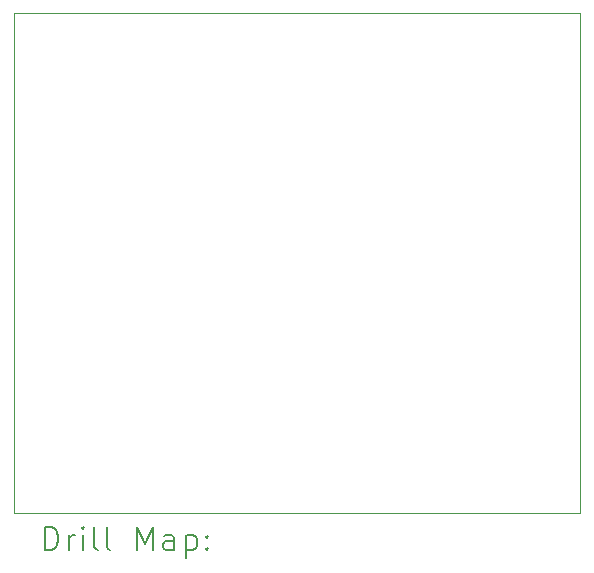
<source format=gbr>
%TF.GenerationSoftware,KiCad,Pcbnew,8.0.2-8.0.2-0~ubuntu20.04.1*%
%TF.CreationDate,2024-06-01T01:08:54-05:00*%
%TF.ProjectId,coral_b2b_breakout,636f7261-6c5f-4623-9262-5f627265616b,rev?*%
%TF.SameCoordinates,Original*%
%TF.FileFunction,Drillmap*%
%TF.FilePolarity,Positive*%
%FSLAX45Y45*%
G04 Gerber Fmt 4.5, Leading zero omitted, Abs format (unit mm)*
G04 Created by KiCad (PCBNEW 8.0.2-8.0.2-0~ubuntu20.04.1) date 2024-06-01 01:08:54*
%MOMM*%
%LPD*%
G01*
G04 APERTURE LIST*
%ADD10C,0.050000*%
%ADD11C,0.200000*%
G04 APERTURE END LIST*
D10*
X12875000Y-6247500D02*
X17660000Y-6247500D01*
X17660000Y-10480000D01*
X12875000Y-10480000D01*
X12875000Y-6247500D01*
D11*
X13133277Y-10793984D02*
X13133277Y-10593984D01*
X13133277Y-10593984D02*
X13180896Y-10593984D01*
X13180896Y-10593984D02*
X13209467Y-10603508D01*
X13209467Y-10603508D02*
X13228515Y-10622555D01*
X13228515Y-10622555D02*
X13238039Y-10641603D01*
X13238039Y-10641603D02*
X13247562Y-10679698D01*
X13247562Y-10679698D02*
X13247562Y-10708270D01*
X13247562Y-10708270D02*
X13238039Y-10746365D01*
X13238039Y-10746365D02*
X13228515Y-10765412D01*
X13228515Y-10765412D02*
X13209467Y-10784460D01*
X13209467Y-10784460D02*
X13180896Y-10793984D01*
X13180896Y-10793984D02*
X13133277Y-10793984D01*
X13333277Y-10793984D02*
X13333277Y-10660650D01*
X13333277Y-10698746D02*
X13342801Y-10679698D01*
X13342801Y-10679698D02*
X13352324Y-10670174D01*
X13352324Y-10670174D02*
X13371372Y-10660650D01*
X13371372Y-10660650D02*
X13390420Y-10660650D01*
X13457086Y-10793984D02*
X13457086Y-10660650D01*
X13457086Y-10593984D02*
X13447562Y-10603508D01*
X13447562Y-10603508D02*
X13457086Y-10613031D01*
X13457086Y-10613031D02*
X13466610Y-10603508D01*
X13466610Y-10603508D02*
X13457086Y-10593984D01*
X13457086Y-10593984D02*
X13457086Y-10613031D01*
X13580896Y-10793984D02*
X13561848Y-10784460D01*
X13561848Y-10784460D02*
X13552324Y-10765412D01*
X13552324Y-10765412D02*
X13552324Y-10593984D01*
X13685658Y-10793984D02*
X13666610Y-10784460D01*
X13666610Y-10784460D02*
X13657086Y-10765412D01*
X13657086Y-10765412D02*
X13657086Y-10593984D01*
X13914229Y-10793984D02*
X13914229Y-10593984D01*
X13914229Y-10593984D02*
X13980896Y-10736841D01*
X13980896Y-10736841D02*
X14047562Y-10593984D01*
X14047562Y-10593984D02*
X14047562Y-10793984D01*
X14228515Y-10793984D02*
X14228515Y-10689222D01*
X14228515Y-10689222D02*
X14218991Y-10670174D01*
X14218991Y-10670174D02*
X14199943Y-10660650D01*
X14199943Y-10660650D02*
X14161848Y-10660650D01*
X14161848Y-10660650D02*
X14142801Y-10670174D01*
X14228515Y-10784460D02*
X14209467Y-10793984D01*
X14209467Y-10793984D02*
X14161848Y-10793984D01*
X14161848Y-10793984D02*
X14142801Y-10784460D01*
X14142801Y-10784460D02*
X14133277Y-10765412D01*
X14133277Y-10765412D02*
X14133277Y-10746365D01*
X14133277Y-10746365D02*
X14142801Y-10727317D01*
X14142801Y-10727317D02*
X14161848Y-10717793D01*
X14161848Y-10717793D02*
X14209467Y-10717793D01*
X14209467Y-10717793D02*
X14228515Y-10708270D01*
X14323753Y-10660650D02*
X14323753Y-10860650D01*
X14323753Y-10670174D02*
X14342801Y-10660650D01*
X14342801Y-10660650D02*
X14380896Y-10660650D01*
X14380896Y-10660650D02*
X14399943Y-10670174D01*
X14399943Y-10670174D02*
X14409467Y-10679698D01*
X14409467Y-10679698D02*
X14418991Y-10698746D01*
X14418991Y-10698746D02*
X14418991Y-10755889D01*
X14418991Y-10755889D02*
X14409467Y-10774936D01*
X14409467Y-10774936D02*
X14399943Y-10784460D01*
X14399943Y-10784460D02*
X14380896Y-10793984D01*
X14380896Y-10793984D02*
X14342801Y-10793984D01*
X14342801Y-10793984D02*
X14323753Y-10784460D01*
X14504705Y-10774936D02*
X14514229Y-10784460D01*
X14514229Y-10784460D02*
X14504705Y-10793984D01*
X14504705Y-10793984D02*
X14495182Y-10784460D01*
X14495182Y-10784460D02*
X14504705Y-10774936D01*
X14504705Y-10774936D02*
X14504705Y-10793984D01*
X14504705Y-10670174D02*
X14514229Y-10679698D01*
X14514229Y-10679698D02*
X14504705Y-10689222D01*
X14504705Y-10689222D02*
X14495182Y-10679698D01*
X14495182Y-10679698D02*
X14504705Y-10670174D01*
X14504705Y-10670174D02*
X14504705Y-10689222D01*
M02*

</source>
